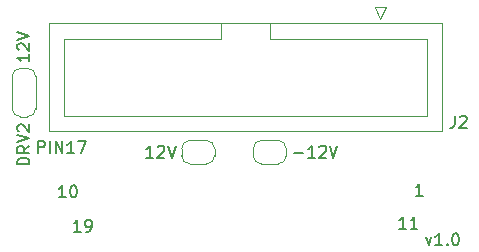
<source format=gbr>
%TF.GenerationSoftware,KiCad,Pcbnew,7.0.9*%
%TF.CreationDate,2024-01-09T00:20:39-06:00*%
%TF.ProjectId,db19-to-idc20,64623139-2d74-46f2-9d69-646332302e6b,1.1*%
%TF.SameCoordinates,Original*%
%TF.FileFunction,Legend,Top*%
%TF.FilePolarity,Positive*%
%FSLAX46Y46*%
G04 Gerber Fmt 4.6, Leading zero omitted, Abs format (unit mm)*
G04 Created by KiCad (PCBNEW 7.0.9) date 2024-01-09 00:20:39*
%MOMM*%
%LPD*%
G01*
G04 APERTURE LIST*
%ADD10C,0.150000*%
%ADD11C,0.120000*%
G04 APERTURE END LIST*
D10*
X140814588Y-130298819D02*
X140243160Y-130298819D01*
X140528874Y-130298819D02*
X140528874Y-129298819D01*
X140528874Y-129298819D02*
X140433636Y-129441676D01*
X140433636Y-129441676D02*
X140338398Y-129536914D01*
X140338398Y-129536914D02*
X140243160Y-129584533D01*
X141290779Y-130298819D02*
X141481255Y-130298819D01*
X141481255Y-130298819D02*
X141576493Y-130251200D01*
X141576493Y-130251200D02*
X141624112Y-130203580D01*
X141624112Y-130203580D02*
X141719350Y-130060723D01*
X141719350Y-130060723D02*
X141766969Y-129870247D01*
X141766969Y-129870247D02*
X141766969Y-129489295D01*
X141766969Y-129489295D02*
X141719350Y-129394057D01*
X141719350Y-129394057D02*
X141671731Y-129346438D01*
X141671731Y-129346438D02*
X141576493Y-129298819D01*
X141576493Y-129298819D02*
X141386017Y-129298819D01*
X141386017Y-129298819D02*
X141290779Y-129346438D01*
X141290779Y-129346438D02*
X141243160Y-129394057D01*
X141243160Y-129394057D02*
X141195541Y-129489295D01*
X141195541Y-129489295D02*
X141195541Y-129727390D01*
X141195541Y-129727390D02*
X141243160Y-129822628D01*
X141243160Y-129822628D02*
X141290779Y-129870247D01*
X141290779Y-129870247D02*
X141386017Y-129917866D01*
X141386017Y-129917866D02*
X141576493Y-129917866D01*
X141576493Y-129917866D02*
X141671731Y-129870247D01*
X141671731Y-129870247D02*
X141719350Y-129822628D01*
X141719350Y-129822628D02*
X141766969Y-129727390D01*
X139544588Y-127377819D02*
X138973160Y-127377819D01*
X139258874Y-127377819D02*
X139258874Y-126377819D01*
X139258874Y-126377819D02*
X139163636Y-126520676D01*
X139163636Y-126520676D02*
X139068398Y-126615914D01*
X139068398Y-126615914D02*
X138973160Y-126663533D01*
X140163636Y-126377819D02*
X140258874Y-126377819D01*
X140258874Y-126377819D02*
X140354112Y-126425438D01*
X140354112Y-126425438D02*
X140401731Y-126473057D01*
X140401731Y-126473057D02*
X140449350Y-126568295D01*
X140449350Y-126568295D02*
X140496969Y-126758771D01*
X140496969Y-126758771D02*
X140496969Y-126996866D01*
X140496969Y-126996866D02*
X140449350Y-127187342D01*
X140449350Y-127187342D02*
X140401731Y-127282580D01*
X140401731Y-127282580D02*
X140354112Y-127330200D01*
X140354112Y-127330200D02*
X140258874Y-127377819D01*
X140258874Y-127377819D02*
X140163636Y-127377819D01*
X140163636Y-127377819D02*
X140068398Y-127330200D01*
X140068398Y-127330200D02*
X140020779Y-127282580D01*
X140020779Y-127282580D02*
X139973160Y-127187342D01*
X139973160Y-127187342D02*
X139925541Y-126996866D01*
X139925541Y-126996866D02*
X139925541Y-126758771D01*
X139925541Y-126758771D02*
X139973160Y-126568295D01*
X139973160Y-126568295D02*
X140020779Y-126473057D01*
X140020779Y-126473057D02*
X140068398Y-126425438D01*
X140068398Y-126425438D02*
X140163636Y-126377819D01*
X168373588Y-130044819D02*
X167802160Y-130044819D01*
X168087874Y-130044819D02*
X168087874Y-129044819D01*
X168087874Y-129044819D02*
X167992636Y-129187676D01*
X167992636Y-129187676D02*
X167897398Y-129282914D01*
X167897398Y-129282914D02*
X167802160Y-129330533D01*
X169325969Y-130044819D02*
X168754541Y-130044819D01*
X169040255Y-130044819D02*
X169040255Y-129044819D01*
X169040255Y-129044819D02*
X168945017Y-129187676D01*
X168945017Y-129187676D02*
X168849779Y-129282914D01*
X168849779Y-129282914D02*
X168754541Y-129330533D01*
X169770588Y-127250819D02*
X169199160Y-127250819D01*
X169484874Y-127250819D02*
X169484874Y-126250819D01*
X169484874Y-126250819D02*
X169389636Y-126393676D01*
X169389636Y-126393676D02*
X169294398Y-126488914D01*
X169294398Y-126488914D02*
X169199160Y-126536533D01*
X170040541Y-130775152D02*
X170278636Y-131441819D01*
X170278636Y-131441819D02*
X170516731Y-130775152D01*
X171421493Y-131441819D02*
X170850065Y-131441819D01*
X171135779Y-131441819D02*
X171135779Y-130441819D01*
X171135779Y-130441819D02*
X171040541Y-130584676D01*
X171040541Y-130584676D02*
X170945303Y-130679914D01*
X170945303Y-130679914D02*
X170850065Y-130727533D01*
X171850065Y-131346580D02*
X171897684Y-131394200D01*
X171897684Y-131394200D02*
X171850065Y-131441819D01*
X171850065Y-131441819D02*
X171802446Y-131394200D01*
X171802446Y-131394200D02*
X171850065Y-131346580D01*
X171850065Y-131346580D02*
X171850065Y-131441819D01*
X172516731Y-130441819D02*
X172611969Y-130441819D01*
X172611969Y-130441819D02*
X172707207Y-130489438D01*
X172707207Y-130489438D02*
X172754826Y-130537057D01*
X172754826Y-130537057D02*
X172802445Y-130632295D01*
X172802445Y-130632295D02*
X172850064Y-130822771D01*
X172850064Y-130822771D02*
X172850064Y-131060866D01*
X172850064Y-131060866D02*
X172802445Y-131251342D01*
X172802445Y-131251342D02*
X172754826Y-131346580D01*
X172754826Y-131346580D02*
X172707207Y-131394200D01*
X172707207Y-131394200D02*
X172611969Y-131441819D01*
X172611969Y-131441819D02*
X172516731Y-131441819D01*
X172516731Y-131441819D02*
X172421493Y-131394200D01*
X172421493Y-131394200D02*
X172373874Y-131346580D01*
X172373874Y-131346580D02*
X172326255Y-131251342D01*
X172326255Y-131251342D02*
X172278636Y-131060866D01*
X172278636Y-131060866D02*
X172278636Y-130822771D01*
X172278636Y-130822771D02*
X172326255Y-130632295D01*
X172326255Y-130632295D02*
X172373874Y-130537057D01*
X172373874Y-130537057D02*
X172421493Y-130489438D01*
X172421493Y-130489438D02*
X172516731Y-130441819D01*
X137215810Y-123644819D02*
X137215810Y-122644819D01*
X137215810Y-122644819D02*
X137596762Y-122644819D01*
X137596762Y-122644819D02*
X137692000Y-122692438D01*
X137692000Y-122692438D02*
X137739619Y-122740057D01*
X137739619Y-122740057D02*
X137787238Y-122835295D01*
X137787238Y-122835295D02*
X137787238Y-122978152D01*
X137787238Y-122978152D02*
X137739619Y-123073390D01*
X137739619Y-123073390D02*
X137692000Y-123121009D01*
X137692000Y-123121009D02*
X137596762Y-123168628D01*
X137596762Y-123168628D02*
X137215810Y-123168628D01*
X138215810Y-123644819D02*
X138215810Y-122644819D01*
X138692000Y-123644819D02*
X138692000Y-122644819D01*
X138692000Y-122644819D02*
X139263428Y-123644819D01*
X139263428Y-123644819D02*
X139263428Y-122644819D01*
X140263428Y-123644819D02*
X139692000Y-123644819D01*
X139977714Y-123644819D02*
X139977714Y-122644819D01*
X139977714Y-122644819D02*
X139882476Y-122787676D01*
X139882476Y-122787676D02*
X139787238Y-122882914D01*
X139787238Y-122882914D02*
X139692000Y-122930533D01*
X140596762Y-122644819D02*
X141263428Y-122644819D01*
X141263428Y-122644819D02*
X140834857Y-123644819D01*
X136471819Y-124602666D02*
X135471819Y-124602666D01*
X135471819Y-124602666D02*
X135471819Y-124364571D01*
X135471819Y-124364571D02*
X135519438Y-124221714D01*
X135519438Y-124221714D02*
X135614676Y-124126476D01*
X135614676Y-124126476D02*
X135709914Y-124078857D01*
X135709914Y-124078857D02*
X135900390Y-124031238D01*
X135900390Y-124031238D02*
X136043247Y-124031238D01*
X136043247Y-124031238D02*
X136233723Y-124078857D01*
X136233723Y-124078857D02*
X136328961Y-124126476D01*
X136328961Y-124126476D02*
X136424200Y-124221714D01*
X136424200Y-124221714D02*
X136471819Y-124364571D01*
X136471819Y-124364571D02*
X136471819Y-124602666D01*
X136471819Y-123031238D02*
X135995628Y-123364571D01*
X136471819Y-123602666D02*
X135471819Y-123602666D01*
X135471819Y-123602666D02*
X135471819Y-123221714D01*
X135471819Y-123221714D02*
X135519438Y-123126476D01*
X135519438Y-123126476D02*
X135567057Y-123078857D01*
X135567057Y-123078857D02*
X135662295Y-123031238D01*
X135662295Y-123031238D02*
X135805152Y-123031238D01*
X135805152Y-123031238D02*
X135900390Y-123078857D01*
X135900390Y-123078857D02*
X135948009Y-123126476D01*
X135948009Y-123126476D02*
X135995628Y-123221714D01*
X135995628Y-123221714D02*
X135995628Y-123602666D01*
X135471819Y-122745523D02*
X136471819Y-122412190D01*
X136471819Y-122412190D02*
X135471819Y-122078857D01*
X135567057Y-121793142D02*
X135519438Y-121745523D01*
X135519438Y-121745523D02*
X135471819Y-121650285D01*
X135471819Y-121650285D02*
X135471819Y-121412190D01*
X135471819Y-121412190D02*
X135519438Y-121316952D01*
X135519438Y-121316952D02*
X135567057Y-121269333D01*
X135567057Y-121269333D02*
X135662295Y-121221714D01*
X135662295Y-121221714D02*
X135757533Y-121221714D01*
X135757533Y-121221714D02*
X135900390Y-121269333D01*
X135900390Y-121269333D02*
X136471819Y-121840761D01*
X136471819Y-121840761D02*
X136471819Y-121221714D01*
X136471819Y-115300047D02*
X136471819Y-115871475D01*
X136471819Y-115585761D02*
X135471819Y-115585761D01*
X135471819Y-115585761D02*
X135614676Y-115680999D01*
X135614676Y-115680999D02*
X135709914Y-115776237D01*
X135709914Y-115776237D02*
X135757533Y-115871475D01*
X135567057Y-114919094D02*
X135519438Y-114871475D01*
X135519438Y-114871475D02*
X135471819Y-114776237D01*
X135471819Y-114776237D02*
X135471819Y-114538142D01*
X135471819Y-114538142D02*
X135519438Y-114442904D01*
X135519438Y-114442904D02*
X135567057Y-114395285D01*
X135567057Y-114395285D02*
X135662295Y-114347666D01*
X135662295Y-114347666D02*
X135757533Y-114347666D01*
X135757533Y-114347666D02*
X135900390Y-114395285D01*
X135900390Y-114395285D02*
X136471819Y-114966713D01*
X136471819Y-114966713D02*
X136471819Y-114347666D01*
X135471819Y-114061951D02*
X136471819Y-113728618D01*
X136471819Y-113728618D02*
X135471819Y-113395285D01*
X146954952Y-124025819D02*
X146383524Y-124025819D01*
X146669238Y-124025819D02*
X146669238Y-123025819D01*
X146669238Y-123025819D02*
X146574000Y-123168676D01*
X146574000Y-123168676D02*
X146478762Y-123263914D01*
X146478762Y-123263914D02*
X146383524Y-123311533D01*
X147335905Y-123121057D02*
X147383524Y-123073438D01*
X147383524Y-123073438D02*
X147478762Y-123025819D01*
X147478762Y-123025819D02*
X147716857Y-123025819D01*
X147716857Y-123025819D02*
X147812095Y-123073438D01*
X147812095Y-123073438D02*
X147859714Y-123121057D01*
X147859714Y-123121057D02*
X147907333Y-123216295D01*
X147907333Y-123216295D02*
X147907333Y-123311533D01*
X147907333Y-123311533D02*
X147859714Y-123454390D01*
X147859714Y-123454390D02*
X147288286Y-124025819D01*
X147288286Y-124025819D02*
X147907333Y-124025819D01*
X148193048Y-123025819D02*
X148526381Y-124025819D01*
X148526381Y-124025819D02*
X148859714Y-123025819D01*
X158893095Y-123644866D02*
X159655000Y-123644866D01*
X160654999Y-124025819D02*
X160083571Y-124025819D01*
X160369285Y-124025819D02*
X160369285Y-123025819D01*
X160369285Y-123025819D02*
X160274047Y-123168676D01*
X160274047Y-123168676D02*
X160178809Y-123263914D01*
X160178809Y-123263914D02*
X160083571Y-123311533D01*
X161035952Y-123121057D02*
X161083571Y-123073438D01*
X161083571Y-123073438D02*
X161178809Y-123025819D01*
X161178809Y-123025819D02*
X161416904Y-123025819D01*
X161416904Y-123025819D02*
X161512142Y-123073438D01*
X161512142Y-123073438D02*
X161559761Y-123121057D01*
X161559761Y-123121057D02*
X161607380Y-123216295D01*
X161607380Y-123216295D02*
X161607380Y-123311533D01*
X161607380Y-123311533D02*
X161559761Y-123454390D01*
X161559761Y-123454390D02*
X160988333Y-124025819D01*
X160988333Y-124025819D02*
X161607380Y-124025819D01*
X161893095Y-123025819D02*
X162226428Y-124025819D01*
X162226428Y-124025819D02*
X162559761Y-123025819D01*
X172513666Y-120485819D02*
X172513666Y-121200104D01*
X172513666Y-121200104D02*
X172466047Y-121342961D01*
X172466047Y-121342961D02*
X172370809Y-121438200D01*
X172370809Y-121438200D02*
X172227952Y-121485819D01*
X172227952Y-121485819D02*
X172132714Y-121485819D01*
X172942238Y-120581057D02*
X172989857Y-120533438D01*
X172989857Y-120533438D02*
X173085095Y-120485819D01*
X173085095Y-120485819D02*
X173323190Y-120485819D01*
X173323190Y-120485819D02*
X173418428Y-120533438D01*
X173418428Y-120533438D02*
X173466047Y-120581057D01*
X173466047Y-120581057D02*
X173513666Y-120676295D01*
X173513666Y-120676295D02*
X173513666Y-120771533D01*
X173513666Y-120771533D02*
X173466047Y-120914390D01*
X173466047Y-120914390D02*
X172894619Y-121485819D01*
X172894619Y-121485819D02*
X173513666Y-121485819D01*
D11*
%TO.C,JP4*%
X135017000Y-119871000D02*
G75*
G03*
X135717000Y-120571000I700000J0D01*
G01*
X135717000Y-116471000D02*
G75*
G03*
X135017000Y-117171000I-1J-699999D01*
G01*
X136317000Y-120571000D02*
G75*
G03*
X137017000Y-119871000I0J700000D01*
G01*
X137017000Y-117171000D02*
G75*
G03*
X136317000Y-116471000I-699999J1D01*
G01*
X137017000Y-117121000D02*
X137017000Y-119921000D01*
X136317000Y-120571000D02*
X135717000Y-120571000D01*
X135717000Y-116471000D02*
X136317000Y-116471000D01*
X135017000Y-119921000D02*
X135017000Y-117121000D01*
%TO.C,JP2*%
X150064000Y-122571000D02*
X151464000Y-122571000D01*
X151464000Y-124571000D02*
X150064000Y-124571000D01*
X152164000Y-123271000D02*
X152164000Y-123871000D01*
X149364000Y-123871000D02*
X149364000Y-123271000D01*
X152164000Y-123271000D02*
G75*
G03*
X151464000Y-122571000I-700000J0D01*
G01*
X150064000Y-122571000D02*
G75*
G03*
X149364000Y-123271000I-1J-699999D01*
G01*
X149364000Y-123871000D02*
G75*
G03*
X150064000Y-124571000I699999J-1D01*
G01*
X151464000Y-124571000D02*
G75*
G03*
X152164000Y-123871000I0J700000D01*
G01*
%TO.C,JP1*%
X156130000Y-122571000D02*
X157530000Y-122571000D01*
X157530000Y-124571000D02*
X156130000Y-124571000D01*
X158230000Y-123271000D02*
X158230000Y-123871000D01*
X155430000Y-123871000D02*
X155430000Y-123271000D01*
X158230000Y-123271000D02*
G75*
G03*
X157530000Y-122571000I-700000J0D01*
G01*
X156130000Y-122571000D02*
G75*
G03*
X155430000Y-123271000I-1J-699999D01*
G01*
X155430000Y-123871000D02*
G75*
G03*
X156130000Y-124571000I699999J-1D01*
G01*
X157530000Y-124571000D02*
G75*
G03*
X158230000Y-123871000I0J700000D01*
G01*
%TO.C,J2*%
X156823000Y-112661000D02*
X156823000Y-113971000D01*
X170113000Y-120471000D02*
X139433000Y-120471000D01*
X156823000Y-113971000D02*
X170113000Y-113971000D01*
X139433000Y-113971000D02*
X152723000Y-113971000D01*
X165703000Y-111271000D02*
X166203000Y-112271000D01*
X138133000Y-112661000D02*
X171413000Y-112661000D01*
X139433000Y-120471000D02*
X139433000Y-113971000D01*
X171413000Y-112661000D02*
X171413000Y-121781000D01*
X152723000Y-113971000D02*
X152723000Y-113971000D01*
X166703000Y-111271000D02*
X165703000Y-111271000D01*
X170113000Y-113971000D02*
X170113000Y-120471000D01*
X138133000Y-121781000D02*
X138133000Y-112661000D01*
X171413000Y-121781000D02*
X138133000Y-121781000D01*
X152723000Y-113971000D02*
X152723000Y-112661000D01*
X166203000Y-112271000D02*
X166703000Y-111271000D01*
%TD*%
M02*

</source>
